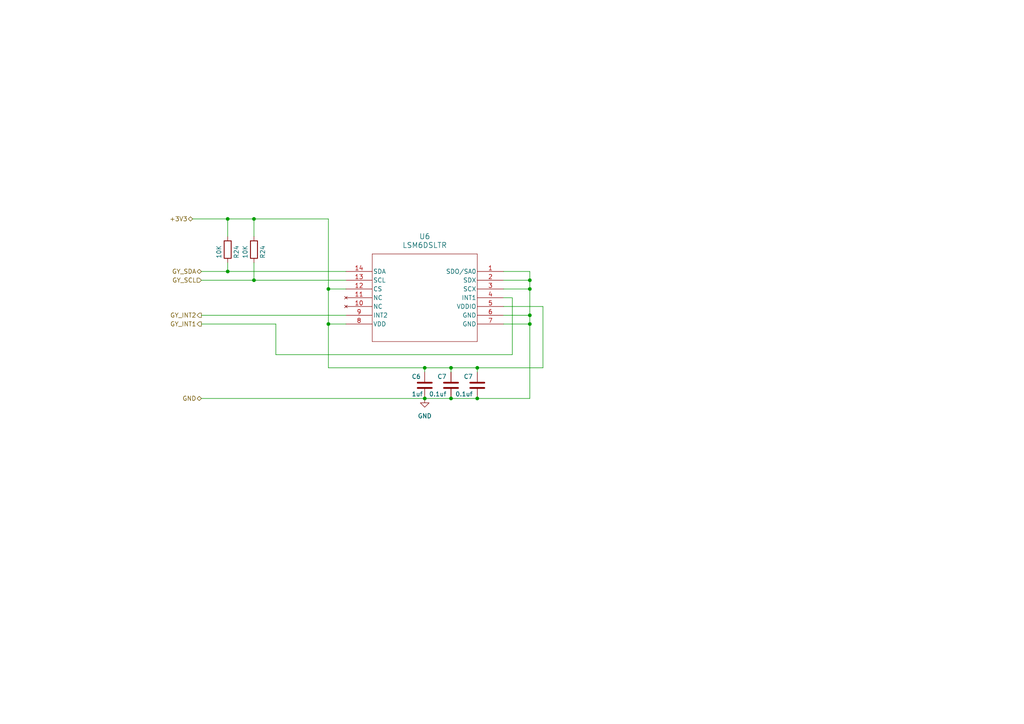
<source format=kicad_sch>
(kicad_sch (version 20230121) (generator eeschema)
  (paper "A4")
  (title_block (rev "R0.1") (company "Up&Up") (comment 1 "Engineer: Pooh Cook") (comment 2 "Waddle Test Design"))
  (lib_symbols
    (symbol "Device:C" (pin_numbers hide) (pin_names (offset 0.254))
      (property "Reference" "C" (at 0.635 2.54 0))
      (property "Value" "C" (at 0.635 -2.54 0))
      (symbol "C_0_1"
        (polyline (pts (xy -2.032 -0.762) (xy 2.032 -0.762)) (stroke (width 0.508)))
        (polyline (pts (xy -2.032 0.762) (xy 2.032 0.762)) (stroke (width 0.508)))
      )
      (symbol "C_1_1"
        (pin passive line (at 0 3.81 270) (length 2.794) (name "~") (number "1"))
        (pin passive line (at 0 -3.81 90) (length 2.794) (name "~") (number "2"))
      )
    )
    (symbol "Device:R" (pin_numbers hide) (pin_names (offset 0))
      (property "Reference" "R" (at 2.032 0 90))
      (property "Value" "R" (at 0 0 90))
      (symbol "R_0_1"
        (rectangle (start -1.016 -2.54) (end 1.016 2.54) (stroke (width 0.254)))
      )
      (symbol "R_1_1"
        (pin passive line (at 0 3.81 270) (length 1.27) (name "~") (number "1"))
        (pin passive line (at 0 -3.81 90) (length 1.27) (name "~") (number "2"))
      )
    )
    (symbol "local:LSM6DSLTR" (pin_names (offset 0.254))
      (property "Reference" "U" (at 22.86 10.16 0))
      (property "Value" "LSM6DSLTR" (at 22.86 7.62 0))
      (symbol "LSM6DSLTR_0_1"
        (polyline (pts (xy 7.62 -20.32) (xy 38.1 -20.32)) (stroke (width 0.127)))
        (polyline (pts (xy 7.62 5.08) (xy 7.62 -20.32)) (stroke (width 0.127)))
        (polyline (pts (xy 38.1 -20.32) (xy 38.1 5.08)) (stroke (width 0.127)))
        (polyline (pts (xy 38.1 5.08) (xy 7.62 5.08)) (stroke (width 0.127)))
        (pin no_connect line (at 45.72 -10.16 180) (length 7.62) (name "NC") (number "10"))
        (pin no_connect line (at 45.72 -7.62 180) (length 7.62) (name "NC") (number "11"))
        (pin power_in line (at 0 -10.16 0) (length 7.62) (name "VDDIO") (number "5"))
        (pin power_in line (at 0 -12.7 0) (length 7.62) (name "GND") (number "6"))
        (pin power_in line (at 0 -15.24 0) (length 7.62) (name "GND") (number "7"))
        (pin power_in line (at 45.72 -15.24 180) (length 7.62) (name "VDD") (number "8"))
      )
      (symbol "LSM6DSLTR_1_1"
        (pin input line (at 0 0 0) (length 7.62) (name "SDO/SA0") (number "1"))
        (pin input line (at 45.72 -5.08 180) (length 7.62) (name "CS") (number "12"))
        (pin input line (at 45.72 -2.54 180) (length 7.62) (name "SCL") (number "13"))
        (pin bidirectional line (at 45.72 0 180) (length 7.62) (name "SDA") (number "14"))
        (pin input line (at 0 -2.54 0) (length 7.62) (name "SDX") (number "2"))
        (pin input line (at 0 -5.08 0) (length 7.62) (name "SCX") (number "3"))
        (pin output line (at 0 -7.62 0) (length 7.62) (name "INT1") (number "4"))
        (pin output line (at 45.72 -12.7 180) (length 7.62) (name "INT2") (number "9"))
      )
    )
    (symbol "power:GND" (power) (pin_names (offset 0))
      (property "Value" "GND" (at 0 -3.81 0))
      (symbol "GND_0_1"
        (polyline (pts (xy 0 0) (xy 0 -1.27) (xy 1.27 -1.27) (xy 0 -2.54) (xy -1.27 -1.27) (xy 0 -1.27)))
      )
      (symbol "GND_1_1"
        (pin power_in line (at 0 0 270) (length 0) hide (name "GND") (number "1"))
      )
    )
  )
  (junction (at 153.67 91.44))
  (junction (at 95.25 93.98))
  (junction (at 153.67 83.82))
  (junction (at 153.67 93.98))
  (junction (at 130.81 106.68))
  (junction (at 138.43 115.57))
  (junction (at 66.04 78.74))
  (junction (at 123.19 106.68))
  (junction (at 130.81 115.57))
  (junction (at 73.66 81.28))
  (junction (at 138.43 106.68))
  (junction (at 153.67 81.28))
  (junction (at 73.66 63.5))
  (junction (at 123.19 115.57))
  (junction (at 95.25 83.82))
  (junction (at 66.04 63.5))
  (wire (pts (xy 153.67 83.82) (xy 146.05 83.82)))
  (wire (pts (xy 66.04 63.5) (xy 66.04 68.58)))
  (wire (pts (xy 153.67 78.74) (xy 153.67 81.28)))
  (wire (pts (xy 157.48 106.68) (xy 157.48 88.9)))
  (wire (pts (xy 73.66 81.28) (xy 100.33 81.28)))
  (wire (pts (xy 73.66 63.5) (xy 95.25 63.5)))
  (wire (pts (xy 146.05 86.36) (xy 148.59 86.36)))
  (wire (pts (xy 153.67 91.44) (xy 146.05 91.44)))
  (wire (pts (xy 130.81 106.68) (xy 138.43 106.68)))
  (wire (pts (xy 153.67 91.44) (xy 153.67 93.98)))
  (wire (pts (xy 157.48 88.9) (xy 146.05 88.9)))
  (wire (pts (xy 153.67 93.98) (xy 146.05 93.98)))
  (wire (pts (xy 66.04 78.74) (xy 100.33 78.74)))
  (wire (pts (xy 95.25 63.5) (xy 95.25 83.82)))
  (wire (pts (xy 95.25 93.98) (xy 100.33 93.98)))
  (wire (pts (xy 95.25 93.98) (xy 95.25 106.68)))
  (wire (pts (xy 58.42 115.57) (xy 123.19 115.57)))
  (wire (pts (xy 123.19 106.68) (xy 130.81 106.68)))
  (wire (pts (xy 95.25 106.68) (xy 123.19 106.68)))
  (wire (pts (xy 58.42 81.28) (xy 73.66 81.28)))
  (wire (pts (xy 66.04 76.2) (xy 66.04 78.74)))
  (wire (pts (xy 146.05 81.28) (xy 153.67 81.28)))
  (wire (pts (xy 123.19 106.68) (xy 123.19 107.95)))
  (wire (pts (xy 58.42 78.74) (xy 66.04 78.74)))
  (wire (pts (xy 95.25 83.82) (xy 95.25 93.98)))
  (wire (pts (xy 146.05 78.74) (xy 153.67 78.74)))
  (wire (pts (xy 138.43 106.68) (xy 157.48 106.68)))
  (wire (pts (xy 153.67 81.28) (xy 153.67 83.82)))
  (wire (pts (xy 123.19 115.57) (xy 130.81 115.57)))
  (wire (pts (xy 66.04 63.5) (xy 73.66 63.5)))
  (wire (pts (xy 73.66 63.5) (xy 73.66 68.58)))
  (wire (pts (xy 55.88 63.5) (xy 66.04 63.5)))
  (wire (pts (xy 153.67 91.44) (xy 153.67 83.82)))
  (wire (pts (xy 58.42 93.98) (xy 80.01 93.98)))
  (wire (pts (xy 130.81 106.68) (xy 130.81 107.95)))
  (wire (pts (xy 148.59 86.36) (xy 148.59 102.87)))
  (wire (pts (xy 100.33 83.82) (xy 95.25 83.82)))
  (wire (pts (xy 80.01 102.87) (xy 80.01 93.98)))
  (wire (pts (xy 138.43 115.57) (xy 130.81 115.57)))
  (wire (pts (xy 73.66 76.2) (xy 73.66 81.28)))
  (wire (pts (xy 153.67 93.98) (xy 153.67 115.57)))
  (wire (pts (xy 153.67 115.57) (xy 138.43 115.57)))
  (wire (pts (xy 80.01 102.87) (xy 148.59 102.87)))
  (wire (pts (xy 58.42 91.44) (xy 100.33 91.44)))
  (wire (pts (xy 138.43 106.68) (xy 138.43 107.95)))
  (hierarchical_label "GY_INT2" (shape output) (at 58.42 91.44 180))
  (hierarchical_label "GY_SCL" (shape input) (at 58.42 81.28 180))
  (hierarchical_label "GY_INT1" (shape output) (at 58.42 93.98 180))
  (hierarchical_label "+3V3" (shape bidirectional) (at 55.88 63.5 180))
  (hierarchical_label "GND" (shape bidirectional) (at 58.42 115.57 180))
  (hierarchical_label "GY_SDA" (shape bidirectional) (at 58.42 78.74 180))
  (symbol (lib_id "Device:R") (at 66.04 72.39 180) (unit 1)
    (property "Reference" "R24" (at 68.58 71.12 90) (effects (justify left)))
    (property "Value" "10K" (at 63.5 71.12 90) (effects (justify left)))
    (property "Footprint" "Resistor_SMD:R_0603_1608Metric" (effects hide))
    (property "LCSC Part Number" "C25804" (effects hide))
    (property "PartNumber" "0603WAF1002T5E" (effects hide))
    (property "cost" "0.0005" (effects hide))
    (instances (project "waddle" (path "" (reference "R24") (unit 1)) (path "" (reference "R28") (unit 1))) (project "SCH_SB4_TestFixture" (path "" (reference "R5") (unit 1))) (project "sb4_module" (path "" (reference "R30") (unit 1))) (project "lumpy" (path "" (reference "R3") (unit 1))))
  )
  (symbol (lib_id "Device:C") (at 130.81 111.76 0) (mirror y) (unit 1)
    (property "Reference" "C7" (at 129.54 109.22 0) (effects (justify left)))
    (property "Value" "0.1uf" (at 129.54 114.3 0) (effects (justify left)))
    (property "Footprint" "Capacitor_SMD:C_0603_1608Metric" (effects hide))
    (property "PartNumber" "CC0603KRX7R9BB104" (effects hide))
    (property "LCSC Part Number" "C14663" (effects hide))
    (property "cost" "0.0013" (effects hide))
    (instances (project "waddle" (path "" (reference "C7") (unit 1)) (path "" (reference "C47") (unit 1))) (project "SCH_SB4_TestFixture" (path "" (reference "C43") (unit 1))) (project "sb4_module" (path "" (reference "C43") (unit 1))) (project "lumpy" (path "" (reference "C10") (unit 1))))
  )
  (symbol (lib_id "Device:C") (at 138.43 111.76 0) (mirror y) (unit 1)
    (property "Reference" "C7" (at 137.16 109.22 0) (effects (justify left)))
    (property "Value" "0.1uf" (at 137.16 114.3 0) (effects (justify left)))
    (property "Footprint" "Capacitor_SMD:C_0603_1608Metric" (effects hide))
    (property "PartNumber" "CC0603KRX7R9BB104" (effects hide))
    (property "LCSC Part Number" "C14663" (effects hide))
    (property "cost" "0.0013" (effects hide))
    (instances (project "waddle" (path "" (reference "C7") (unit 1)) (path "" (reference "C48") (unit 1))) (project "SCH_SB4_TestFixture" (path "" (reference "C43") (unit 1))) (project "sb4_module" (path "" (reference "C43") (unit 1))) (project "lumpy" (path "" (reference "C10") (unit 1))))
  )
  (symbol (lib_id "Device:C") (at 123.19 111.76 0) (mirror y) (unit 1)
    (property "Reference" "C6" (at 119.38 109.22 0) (effects (justify right)))
    (property "Value" "1uf" (at 119.38 114.3 0) (effects (justify right)))
    (property "Footprint" "Capacitor_SMD:C_0603_1608Metric" (effects hide))
    (property "Datasheet" "Samsung-Electro-Mechanics-CL21B105KBFNNNE_C28323.pdf" (effects hide))
    (property "PartNumber" "CL10A105KB8NNNC" (effects hide))
    (property "LCSC Part Number" "C15849" (effects hide))
    (property "cost" "0.0031" (effects hide))
    (instances (project "waddle" (path "" (reference "C6") (unit 1)) (path "" (reference "C46") (unit 1))) (project "SCH_SB4_TestFixture" (path "" (reference "C42") (unit 1))) (project "sb4_module" (path "" (reference "C42") (unit 1))) (project "lumpy" (path "" (reference "C9") (unit 1))))
  )
  (symbol (lib_id "power:GND") (at 123.19 115.57 0) (unit 1)
    (property "Reference" "#PWR025" (effects hide))
    (property "Value" "GND" (at 123.19 120.65 0))
  )
  (symbol (lib_id "Device:R") (at 73.66 72.39 180) (unit 1)
    (property "Reference" "R24" (at 76.2 71.12 90) (effects (justify left)))
    (property "Value" "10K" (at 71.12 71.12 90) (effects (justify left)))
    (property "Footprint" "Resistor_SMD:R_0603_1608Metric" (effects hide))
    (property "LCSC Part Number" "C25804" (effects hide))
    (property "PartNumber" "0603WAF1002T5E" (effects hide))
    (property "cost" "0.0005" (effects hide))
    (instances (project "waddle" (path "" (reference "R24") (unit 1)) (path "" (reference "R29") (unit 1))) (project "SCH_SB4_TestFixture" (path "" (reference "R5") (unit 1))) (project "sb4_module" (path "" (reference "R30") (unit 1))) (project "lumpy" (path "" (reference "R3") (unit 1))))
  )
  (symbol (lib_id "local:LSM6DSLTR") (at 146.05 78.74 0) (mirror y) (unit 1)
    (property "Reference" "U6" (at 123.19 68.58 0) (effects (font (size 1.524 1.524))))
    (property "Value" "LSM6DSLTR" (at 123.19 71.12 0) (effects (font (size 1.524 1.524))))
    (property "Footprint" "QFN_6DSLTR_STM" (effects hide))
    (property "Datasheet" "LSM6DSLTR" (effects hide))
    (property "LCSC Part Number" "C126672" (effects hide))
    (property "PartNumber" "LSM6DSLTR" (effects hide))
  )
)
</source>
